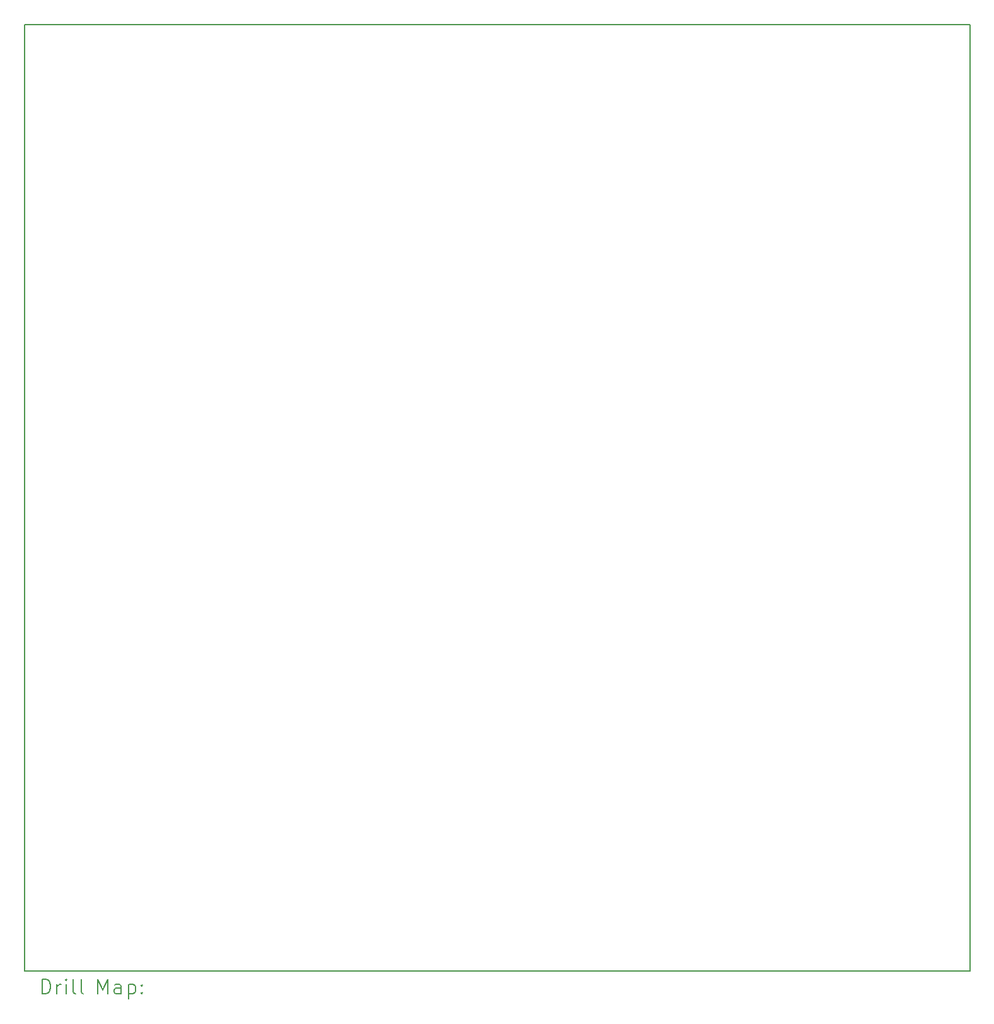
<source format=gbr>
%TF.GenerationSoftware,KiCad,Pcbnew,(7.0.0-0)*%
%TF.CreationDate,2023-12-24T21:08:59+08:00*%
%TF.ProjectId,Power Distribution Board Ver.2,506f7765-7220-4446-9973-747269627574,rev?*%
%TF.SameCoordinates,Original*%
%TF.FileFunction,Drillmap*%
%TF.FilePolarity,Positive*%
%FSLAX45Y45*%
G04 Gerber Fmt 4.5, Leading zero omitted, Abs format (unit mm)*
G04 Created by KiCad (PCBNEW (7.0.0-0)) date 2023-12-24 21:08:59*
%MOMM*%
%LPD*%
G01*
G04 APERTURE LIST*
%ADD10C,0.200000*%
G04 APERTURE END LIST*
D10*
X14700000Y-14700000D02*
X2000000Y-14700000D01*
X2000000Y-2000000D02*
X14700000Y-2000000D01*
X14700000Y-2000000D02*
X14700000Y-14700000D01*
X2000000Y-14700000D02*
X2000000Y-2000000D01*
X2237619Y-15003476D02*
X2237619Y-14803476D01*
X2237619Y-14803476D02*
X2285238Y-14803476D01*
X2285238Y-14803476D02*
X2313810Y-14813000D01*
X2313810Y-14813000D02*
X2332857Y-14832048D01*
X2332857Y-14832048D02*
X2342381Y-14851095D01*
X2342381Y-14851095D02*
X2351905Y-14889190D01*
X2351905Y-14889190D02*
X2351905Y-14917762D01*
X2351905Y-14917762D02*
X2342381Y-14955857D01*
X2342381Y-14955857D02*
X2332857Y-14974905D01*
X2332857Y-14974905D02*
X2313810Y-14993952D01*
X2313810Y-14993952D02*
X2285238Y-15003476D01*
X2285238Y-15003476D02*
X2237619Y-15003476D01*
X2437619Y-15003476D02*
X2437619Y-14870143D01*
X2437619Y-14908238D02*
X2447143Y-14889190D01*
X2447143Y-14889190D02*
X2456667Y-14879667D01*
X2456667Y-14879667D02*
X2475714Y-14870143D01*
X2475714Y-14870143D02*
X2494762Y-14870143D01*
X2561429Y-15003476D02*
X2561429Y-14870143D01*
X2561429Y-14803476D02*
X2551905Y-14813000D01*
X2551905Y-14813000D02*
X2561429Y-14822524D01*
X2561429Y-14822524D02*
X2570952Y-14813000D01*
X2570952Y-14813000D02*
X2561429Y-14803476D01*
X2561429Y-14803476D02*
X2561429Y-14822524D01*
X2685238Y-15003476D02*
X2666190Y-14993952D01*
X2666190Y-14993952D02*
X2656667Y-14974905D01*
X2656667Y-14974905D02*
X2656667Y-14803476D01*
X2790000Y-15003476D02*
X2770952Y-14993952D01*
X2770952Y-14993952D02*
X2761429Y-14974905D01*
X2761429Y-14974905D02*
X2761429Y-14803476D01*
X2986190Y-15003476D02*
X2986190Y-14803476D01*
X2986190Y-14803476D02*
X3052857Y-14946333D01*
X3052857Y-14946333D02*
X3119524Y-14803476D01*
X3119524Y-14803476D02*
X3119524Y-15003476D01*
X3300476Y-15003476D02*
X3300476Y-14898714D01*
X3300476Y-14898714D02*
X3290952Y-14879667D01*
X3290952Y-14879667D02*
X3271905Y-14870143D01*
X3271905Y-14870143D02*
X3233809Y-14870143D01*
X3233809Y-14870143D02*
X3214762Y-14879667D01*
X3300476Y-14993952D02*
X3281428Y-15003476D01*
X3281428Y-15003476D02*
X3233809Y-15003476D01*
X3233809Y-15003476D02*
X3214762Y-14993952D01*
X3214762Y-14993952D02*
X3205238Y-14974905D01*
X3205238Y-14974905D02*
X3205238Y-14955857D01*
X3205238Y-14955857D02*
X3214762Y-14936809D01*
X3214762Y-14936809D02*
X3233809Y-14927286D01*
X3233809Y-14927286D02*
X3281428Y-14927286D01*
X3281428Y-14927286D02*
X3300476Y-14917762D01*
X3395714Y-14870143D02*
X3395714Y-15070143D01*
X3395714Y-14879667D02*
X3414762Y-14870143D01*
X3414762Y-14870143D02*
X3452857Y-14870143D01*
X3452857Y-14870143D02*
X3471905Y-14879667D01*
X3471905Y-14879667D02*
X3481428Y-14889190D01*
X3481428Y-14889190D02*
X3490952Y-14908238D01*
X3490952Y-14908238D02*
X3490952Y-14965381D01*
X3490952Y-14965381D02*
X3481428Y-14984428D01*
X3481428Y-14984428D02*
X3471905Y-14993952D01*
X3471905Y-14993952D02*
X3452857Y-15003476D01*
X3452857Y-15003476D02*
X3414762Y-15003476D01*
X3414762Y-15003476D02*
X3395714Y-14993952D01*
X3576667Y-14984428D02*
X3586190Y-14993952D01*
X3586190Y-14993952D02*
X3576667Y-15003476D01*
X3576667Y-15003476D02*
X3567143Y-14993952D01*
X3567143Y-14993952D02*
X3576667Y-14984428D01*
X3576667Y-14984428D02*
X3576667Y-15003476D01*
X3576667Y-14879667D02*
X3586190Y-14889190D01*
X3586190Y-14889190D02*
X3576667Y-14898714D01*
X3576667Y-14898714D02*
X3567143Y-14889190D01*
X3567143Y-14889190D02*
X3576667Y-14879667D01*
X3576667Y-14879667D02*
X3576667Y-14898714D01*
M02*

</source>
